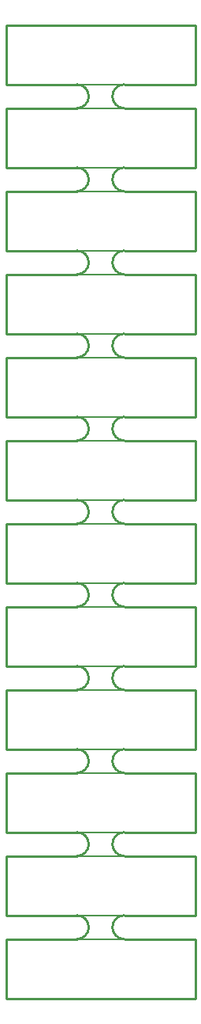
<source format=gbr>
G04 start of page 4 for group 2 idx 2 *
G04 Title: (unknown), outline *
G04 Creator: pcb 20140316 *
G04 CreationDate: Mon 29 Jan 2018 01:15:10 AM GMT UTC *
G04 For: railfan *
G04 Format: Gerber/RS-274X *
G04 PCB-Dimensions (mil): 1000.00 4200.00 *
G04 PCB-Coordinate-Origin: lower left *
%MOIN*%
%FSLAX25Y25*%
%LNOUTLINE*%
%ADD31C,0.0080*%
%ADD30C,0.0100*%
G54D30*X90000Y250000D02*Y275000D01*
Y215000D02*Y240000D01*
Y180000D02*Y205000D01*
X60000Y275000D02*X90000D01*
X60000Y250000D02*X90000D01*
X60000Y240000D02*X90000D01*
X60000Y215000D02*X90000D01*
X60000Y205000D02*X90000D01*
X60000Y180000D02*X90000D01*
X10000Y415000D02*Y390000D01*
Y380000D02*Y355000D01*
Y345000D02*Y320000D01*
X90000Y415000D02*X10000D01*
Y390000D02*X40000D01*
X10000Y380000D02*X40000D01*
G54D31*X10000Y390000D02*X90000D01*
Y380000D02*X10000D01*
G54D30*Y355000D02*X40000D01*
X10000Y345000D02*X40000D01*
G54D31*X10000Y355000D02*X90000D01*
Y345000D02*X10000D01*
G54D30*X90000Y390000D02*Y415000D01*
X60000Y390000D02*X90000D01*
X60000Y380000D02*X90000D01*
Y285000D02*Y310000D01*
Y355000D02*Y380000D01*
Y320000D02*Y345000D01*
X60000Y355000D02*X90000D01*
X60000Y345000D02*X90000D01*
X10000Y310000D02*Y285000D01*
X40000D01*
X10000Y320000D02*X40000D01*
X60000D02*X90000D01*
G54D31*X10000D02*X90000D01*
G54D30*X10000Y310000D02*X40000D01*
X60000D02*X90000D01*
X60000Y285000D02*X90000D01*
G54D31*X10000D02*X90000D01*
Y310000D02*X10000D01*
Y250000D02*X90000D01*
Y275000D02*X10000D01*
Y215000D02*X90000D01*
X10000Y180000D02*X90000D01*
Y205000D02*X10000D01*
X90000Y240000D02*X10000D01*
G54D30*X90000Y145000D02*Y170000D01*
Y110000D02*Y135000D01*
Y75000D02*Y100000D01*
Y40000D02*Y65000D01*
X60000Y75000D02*X90000D01*
X60000Y65000D02*X90000D01*
G54D31*X10000D01*
G54D30*Y40000D02*X40000D01*
X60000D02*X90000D01*
G54D31*X10000D02*X90000D01*
X10000Y75000D02*X90000D01*
Y100000D02*X10000D01*
G54D30*Y275000D02*Y250000D01*
Y275000D02*X40000D01*
X10000Y250000D02*X40000D01*
X10000Y240000D02*X40000D01*
X10000Y205000D02*Y180000D01*
Y170000D02*Y145000D01*
Y135000D02*Y110000D01*
Y100000D02*Y75000D01*
Y240000D02*Y215000D01*
X40000D01*
X10000Y205000D02*X40000D01*
X10000Y180000D02*X40000D01*
X10000Y65000D02*Y40000D01*
X90000Y5000D02*Y30000D01*
X10000Y5000D02*X90000D01*
X10000Y30000D02*X40000D01*
X60000D02*X90000D01*
G54D31*X10000D01*
G54D30*Y5000D01*
Y110000D02*X40000D01*
X10000Y100000D02*X40000D01*
X10000Y75000D02*X40000D01*
X10000Y65000D02*X40000D01*
X10000Y170000D02*X40000D01*
G54D31*X90000D02*X10000D01*
G54D30*X60000D02*X90000D01*
X60000Y145000D02*X90000D01*
X60000Y135000D02*X90000D01*
X60000Y110000D02*X90000D01*
X60000Y100000D02*X90000D01*
X10000Y145000D02*X40000D01*
X10000Y135000D02*X40000D01*
G54D31*X10000Y145000D02*X90000D01*
X10000Y110000D02*X90000D01*
Y135000D02*X10000D01*
G54D30*X45000Y315000D02*G75*G03X40000Y320000I-5000J0D01*G01*
X45000Y315000D02*G75*G02X40000Y310000I-5000J0D01*G01*
X45000Y280000D02*G75*G03X40000Y285000I-5000J0D01*G01*
X45000Y280000D02*G75*G02X40000Y275000I-5000J0D01*G01*
X55000Y315000D02*G75*G03X60000Y310000I5000J0D01*G01*
X55000Y280000D02*G75*G02X60000Y285000I5000J0D01*G01*
X55000Y280000D02*G75*G03X60000Y275000I5000J0D01*G01*
X55000Y245000D02*G75*G02X60000Y250000I5000J0D01*G01*
X55000Y245000D02*G75*G03X60000Y240000I5000J0D01*G01*
X45000Y350000D02*G75*G03X40000Y355000I-5000J0D01*G01*
X45000Y350000D02*G75*G02X40000Y345000I-5000J0D01*G01*
X55000Y350000D02*G75*G02X60000Y355000I5000J0D01*G01*
X55000Y350000D02*G75*G03X60000Y345000I5000J0D01*G01*
X45000Y385000D02*G75*G03X40000Y390000I-5000J0D01*G01*
X45000Y385000D02*G75*G02X40000Y380000I-5000J0D01*G01*
X55000Y385000D02*G75*G02X60000Y390000I5000J0D01*G01*
X55000Y385000D02*G75*G03X60000Y380000I5000J0D01*G01*
X55000Y315000D02*G75*G02X60000Y320000I5000J0D01*G01*
X45000Y245000D02*G75*G03X40000Y250000I-5000J0D01*G01*
X45000Y245000D02*G75*G02X40000Y240000I-5000J0D01*G01*
X45000Y210000D02*G75*G03X40000Y215000I-5000J0D01*G01*
X45000Y210000D02*G75*G02X40000Y205000I-5000J0D01*G01*
X55000Y210000D02*G75*G02X60000Y215000I5000J0D01*G01*
X55000Y210000D02*G75*G03X60000Y205000I5000J0D01*G01*
X55000Y175000D02*G75*G02X60000Y180000I5000J0D01*G01*
X55000Y175000D02*G75*G03X60000Y170000I5000J0D01*G01*
X45000Y175000D02*G75*G03X40000Y180000I-5000J0D01*G01*
X45000Y175000D02*G75*G02X40000Y170000I-5000J0D01*G01*
X45000Y140000D02*G75*G03X40000Y145000I-5000J0D01*G01*
X45000Y140000D02*G75*G02X40000Y135000I-5000J0D01*G01*
X45000Y105000D02*G75*G03X40000Y110000I-5000J0D01*G01*
X45000Y105000D02*G75*G02X40000Y100000I-5000J0D01*G01*
X55000Y140000D02*G75*G02X60000Y145000I5000J0D01*G01*
X55000Y140000D02*G75*G03X60000Y135000I5000J0D01*G01*
X55000Y105000D02*G75*G02X60000Y110000I5000J0D01*G01*
X55000Y105000D02*G75*G03X60000Y100000I5000J0D01*G01*
X55000Y70000D02*G75*G02X60000Y75000I5000J0D01*G01*
X55000Y70000D02*G75*G03X60000Y65000I5000J0D01*G01*
X45000Y70000D02*G75*G03X40000Y75000I-5000J0D01*G01*
X45000Y70000D02*G75*G02X40000Y65000I-5000J0D01*G01*
X45000Y35000D02*G75*G03X40000Y40000I-5000J0D01*G01*
X45000Y35000D02*G75*G02X40000Y30000I-5000J0D01*G01*
X55000Y35000D02*G75*G02X60000Y40000I5000J0D01*G01*
X55000Y35000D02*G75*G03X60000Y30000I5000J0D01*G01*
M02*

</source>
